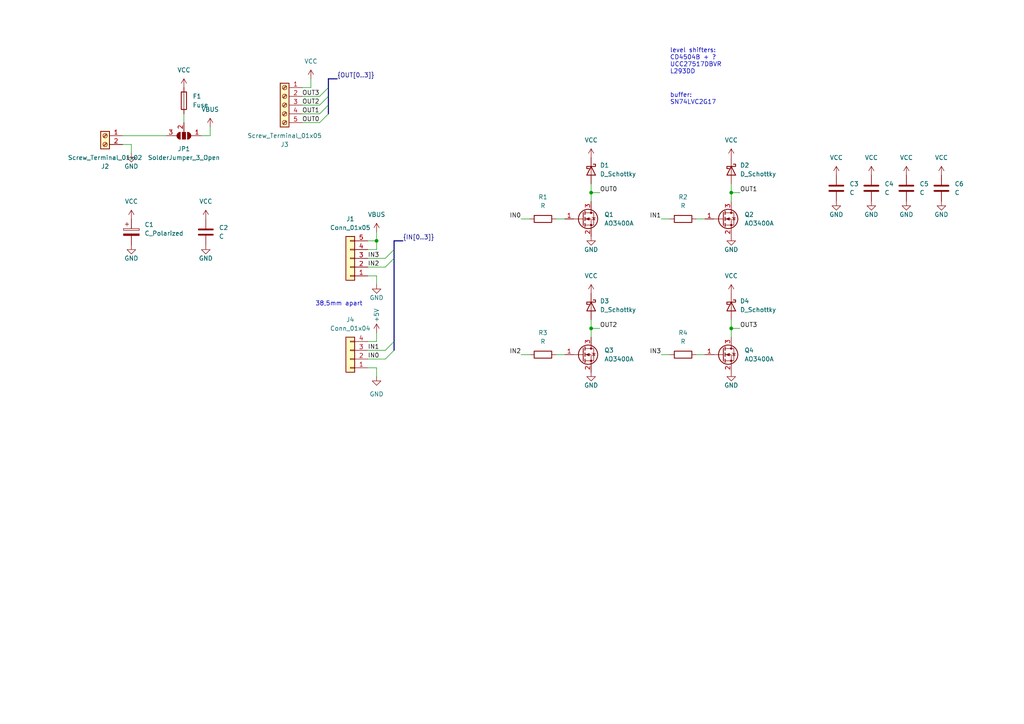
<source format=kicad_sch>
(kicad_sch (version 20230121) (generator eeschema)
  (paper "A4")
  (lib_symbols
    (symbol "Connector:Screw_Terminal_01x02" (pin_names (offset 1.016) hide)
      (property "Reference" "J" (at 0 2.54 0))
      (property "Value" "Screw_Terminal_01x02" (at 0 -5.08 0))
      (symbol "Screw_Terminal_01x02_1_1"
        (rectangle (start -1.27 1.27) (end 1.27 -3.81) (stroke (width 0.254)) (fill (type background)))
        (circle (center 0 -2.54) (radius 0.635) (stroke (width 0.1524)))
        (polyline (pts (xy -0.5334 -2.2098) (xy 0.3302 -3.048)) (stroke (width 0.1524)))
        (polyline (pts (xy -0.5334 0.3302) (xy 0.3302 -0.508)) (stroke (width 0.1524)))
        (polyline (pts (xy -0.3556 -2.032) (xy 0.508 -2.8702)) (stroke (width 0.1524)))
        (polyline (pts (xy -0.3556 0.508) (xy 0.508 -0.3302)) (stroke (width 0.1524)))
        (circle (center 0 0) (radius 0.635) (stroke (width 0.1524)))
        (pin passive line (at -5.08 0 0) (length 3.81) (name "Pin_1") (number "1"))
        (pin passive line (at -5.08 -2.54 0) (length 3.81) (name "Pin_2") (number "2"))
      )
    )
    (symbol "Connector:Screw_Terminal_01x05" (pin_names (offset 1.016) hide)
      (property "Reference" "J" (at 0 7.62 0))
      (property "Value" "Screw_Terminal_01x05" (at 0 -7.62 0))
      (symbol "Screw_Terminal_01x05_1_1"
        (rectangle (start -1.27 6.35) (end 1.27 -6.35) (stroke (width 0.254)) (fill (type background)))
        (circle (center 0 -5.08) (radius 0.635) (stroke (width 0.1524)))
        (circle (center 0 -2.54) (radius 0.635) (stroke (width 0.1524)))
        (polyline (pts (xy -0.5334 -4.7498) (xy 0.3302 -5.588)) (stroke (width 0.1524)))
        (polyline (pts (xy -0.5334 -2.2098) (xy 0.3302 -3.048)) (stroke (width 0.1524)))
        (polyline (pts (xy -0.5334 0.3302) (xy 0.3302 -0.508)) (stroke (width 0.1524)))
        (polyline (pts (xy -0.5334 2.8702) (xy 0.3302 2.032)) (stroke (width 0.1524)))
        (polyline (pts (xy -0.5334 5.4102) (xy 0.3302 4.572)) (stroke (width 0.1524)))
        (polyline (pts (xy -0.3556 -4.572) (xy 0.508 -5.4102)) (stroke (width 0.1524)))
        (polyline (pts (xy -0.3556 -2.032) (xy 0.508 -2.8702)) (stroke (width 0.1524)))
        (polyline (pts (xy -0.3556 0.508) (xy 0.508 -0.3302)) (stroke (width 0.1524)))
        (polyline (pts (xy -0.3556 3.048) (xy 0.508 2.2098)) (stroke (width 0.1524)))
        (polyline (pts (xy -0.3556 5.588) (xy 0.508 4.7498)) (stroke (width 0.1524)))
        (circle (center 0 0) (radius 0.635) (stroke (width 0.1524)))
        (circle (center 0 2.54) (radius 0.635) (stroke (width 0.1524)))
        (circle (center 0 5.08) (radius 0.635) (stroke (width 0.1524)))
        (pin passive line (at -5.08 5.08 0) (length 3.81) (name "Pin_1") (number "1"))
        (pin passive line (at -5.08 2.54 0) (length 3.81) (name "Pin_2") (number "2"))
        (pin passive line (at -5.08 0 0) (length 3.81) (name "Pin_3") (number "3"))
        (pin passive line (at -5.08 -2.54 0) (length 3.81) (name "Pin_4") (number "4"))
        (pin passive line (at -5.08 -5.08 0) (length 3.81) (name "Pin_5") (number "5"))
      )
    )
    (symbol "Connector_Generic:Conn_01x04" (pin_names (offset 1.016) hide)
      (property "Reference" "J" (at 0 5.08 0))
      (property "Value" "Conn_01x04" (at 0 -7.62 0))
      (symbol "Conn_01x04_1_1"
        (rectangle (start -1.27 -4.953) (end 0 -5.207) (stroke (width 0.1524)))
        (rectangle (start -1.27 -2.413) (end 0 -2.667) (stroke (width 0.1524)))
        (rectangle (start -1.27 0.127) (end 0 -0.127) (stroke (width 0.1524)))
        (rectangle (start -1.27 2.667) (end 0 2.413) (stroke (width 0.1524)))
        (rectangle (start -1.27 3.81) (end 1.27 -6.35) (stroke (width 0.254)) (fill (type background)))
        (pin passive line (at -5.08 2.54 0) (length 3.81) (name "Pin_1") (number "1"))
        (pin passive line (at -5.08 0 0) (length 3.81) (name "Pin_2") (number "2"))
        (pin passive line (at -5.08 -2.54 0) (length 3.81) (name "Pin_3") (number "3"))
        (pin passive line (at -5.08 -5.08 0) (length 3.81) (name "Pin_4") (number "4"))
      )
    )
    (symbol "Connector_Generic:Conn_01x05" (pin_names (offset 1.016) hide)
      (property "Reference" "J" (at 0 7.62 0))
      (property "Value" "Conn_01x05" (at 0 -7.62 0))
      (symbol "Conn_01x05_1_1"
        (rectangle (start -1.27 -4.953) (end 0 -5.207) (stroke (width 0.1524)))
        (rectangle (start -1.27 -2.413) (end 0 -2.667) (stroke (width 0.1524)))
        (rectangle (start -1.27 0.127) (end 0 -0.127) (stroke (width 0.1524)))
        (rectangle (start -1.27 2.667) (end 0 2.413) (stroke (width 0.1524)))
        (rectangle (start -1.27 5.207) (end 0 4.953) (stroke (width 0.1524)))
        (rectangle (start -1.27 6.35) (end 1.27 -6.35) (stroke (width 0.254)) (fill (type background)))
        (pin passive line (at -5.08 5.08 0) (length 3.81) (name "Pin_1") (number "1"))
        (pin passive line (at -5.08 2.54 0) (length 3.81) (name "Pin_2") (number "2"))
        (pin passive line (at -5.08 0 0) (length 3.81) (name "Pin_3") (number "3"))
        (pin passive line (at -5.08 -2.54 0) (length 3.81) (name "Pin_4") (number "4"))
        (pin passive line (at -5.08 -5.08 0) (length 3.81) (name "Pin_5") (number "5"))
      )
    )
    (symbol "Device:C" (pin_numbers hide) (pin_names (offset 0.254))
      (property "Reference" "C" (at 0.635 2.54 0))
      (property "Value" "C" (at 0.635 -2.54 0))
      (symbol "C_0_1"
        (polyline (pts (xy -2.032 -0.762) (xy 2.032 -0.762)) (stroke (width 0.508)))
        (polyline (pts (xy -2.032 0.762) (xy 2.032 0.762)) (stroke (width 0.508)))
      )
      (symbol "C_1_1"
        (pin passive line (at 0 3.81 270) (length 2.794) (name "~") (number "1"))
        (pin passive line (at 0 -3.81 90) (length 2.794) (name "~") (number "2"))
      )
    )
    (symbol "Device:C_Polarized" (pin_numbers hide) (pin_names (offset 0.254))
      (property "Reference" "C" (at 0.635 2.54 0))
      (property "Value" "C_Polarized" (at 0.635 -2.54 0))
      (symbol "C_Polarized_0_1"
        (rectangle (start -2.286 0.508) (end 2.286 1.016))
        (polyline (pts (xy -1.778 2.286) (xy -0.762 2.286)))
        (polyline (pts (xy -1.27 2.794) (xy -1.27 1.778)))
        (rectangle (start 2.286 -0.508) (end -2.286 -1.016) (fill (type outline)))
      )
      (symbol "C_Polarized_1_1"
        (pin passive line (at 0 3.81 270) (length 2.794) (name "~") (number "1"))
        (pin passive line (at 0 -3.81 90) (length 2.794) (name "~") (number "2"))
      )
    )
    (symbol "Device:D_Schottky" (pin_numbers hide) (pin_names (offset 1.016) hide)
      (property "Reference" "D" (at 0 2.54 0))
      (property "Value" "D_Schottky" (at 0 -2.54 0))
      (symbol "D_Schottky_0_1"
        (polyline (pts (xy 1.27 0) (xy -1.27 0)))
        (polyline (pts (xy 1.27 1.27) (xy 1.27 -1.27) (xy -1.27 0) (xy 1.27 1.27)) (stroke (width 0.254)))
        (polyline (pts (xy -1.905 0.635) (xy -1.905 1.27) (xy -1.27 1.27) (xy -1.27 -1.27) (xy -0.635 -1.27) (xy -0.635 -0.635)) (stroke (width 0.254)))
      )
      (symbol "D_Schottky_1_1"
        (pin passive line (at -3.81 0 0) (length 2.54) (name "K") (number "1"))
        (pin passive line (at 3.81 0 180) (length 2.54) (name "A") (number "2"))
      )
    )
    (symbol "Device:Fuse" (pin_numbers hide) (pin_names (offset 0))
      (property "Reference" "F" (at 2.032 0 90))
      (property "Value" "Fuse" (at -1.905 0 90))
      (symbol "Fuse_0_1"
        (rectangle (start -0.762 -2.54) (end 0.762 2.54) (stroke (width 0.254)))
        (polyline (pts (xy 0 2.54) (xy 0 -2.54)))
      )
      (symbol "Fuse_1_1"
        (pin passive line (at 0 3.81 270) (length 1.27) (name "~") (number "1"))
        (pin passive line (at 0 -3.81 90) (length 1.27) (name "~") (number "2"))
      )
    )
    (symbol "Device:R" (pin_numbers hide) (pin_names (offset 0))
      (property "Reference" "R" (at 2.032 0 90))
      (property "Value" "R" (at 0 0 90))
      (symbol "R_0_1"
        (rectangle (start -1.016 -2.54) (end 1.016 2.54) (stroke (width 0.254)))
      )
      (symbol "R_1_1"
        (pin passive line (at 0 3.81 270) (length 1.27) (name "~") (number "1"))
        (pin passive line (at 0 -3.81 90) (length 1.27) (name "~") (number "2"))
      )
    )
    (symbol "Jumper:SolderJumper_3_Open" (pin_names (offset 0) hide)
      (property "Reference" "JP" (at -2.54 -2.54 0))
      (property "Value" "SolderJumper_3_Open" (at 0 2.794 0))
      (symbol "SolderJumper_3_Open_0_1"
        (arc (start -1.016 1.016) (mid -2.0276 0) (end -1.016 -1.016))
        (arc (start -1.016 1.016) (mid -2.0276 0) (end -1.016 -1.016) (fill (type outline)))
        (rectangle (start -0.508 1.016) (end 0.508 -1.016) (fill (type outline)))
        (polyline (pts (xy -2.54 0) (xy -2.032 0)))
        (polyline (pts (xy -1.016 1.016) (xy -1.016 -1.016)))
        (polyline (pts (xy 0 -1.27) (xy 0 -1.016)))
        (polyline (pts (xy 1.016 1.016) (xy 1.016 -1.016)))
        (polyline (pts (xy 2.54 0) (xy 2.032 0)))
        (arc (start 1.016 -1.016) (mid 2.0276 0) (end 1.016 1.016))
        (arc (start 1.016 -1.016) (mid 2.0276 0) (end 1.016 1.016) (fill (type outline)))
      )
      (symbol "SolderJumper_3_Open_1_1"
        (pin passive line (at -5.08 0 0) (length 2.54) (name "A") (number "1"))
        (pin passive line (at 0 -3.81 90) (length 2.54) (name "C") (number "2"))
        (pin passive line (at 5.08 0 180) (length 2.54) (name "B") (number "3"))
      )
    )
    (symbol "Transistor_FET:AO3400A" (pin_names hide)
      (property "Reference" "Q" (at 5.08 1.905 0))
      (property "Value" "AO3400A" (at 5.08 0 0))
      (symbol "AO3400A_0_1"
        (polyline (pts (xy 0.254 0) (xy -2.54 0)))
        (polyline (pts (xy 0.254 1.905) (xy 0.254 -1.905)) (stroke (width 0.254)))
        (polyline (pts (xy 0.762 -1.27) (xy 0.762 -2.286)) (stroke (width 0.254)))
        (polyline (pts (xy 0.762 0.508) (xy 0.762 -0.508)) (stroke (width 0.254)))
        (polyline (pts (xy 0.762 2.286) (xy 0.762 1.27)) (stroke (width 0.254)))
        (polyline (pts (xy 2.54 2.54) (xy 2.54 1.778)))
        (polyline (pts (xy 2.54 -2.54) (xy 2.54 0) (xy 0.762 0)))
        (polyline (pts (xy 0.762 -1.778) (xy 3.302 -1.778) (xy 3.302 1.778) (xy 0.762 1.778)))
        (polyline (pts (xy 1.016 0) (xy 2.032 0.381) (xy 2.032 -0.381) (xy 1.016 0)) (fill (type outline)))
        (polyline (pts (xy 2.794 0.508) (xy 2.921 0.381) (xy 3.683 0.381) (xy 3.81 0.254)))
        (polyline (pts (xy 3.302 0.381) (xy 2.921 -0.254) (xy 3.683 -0.254) (xy 3.302 0.381)))
        (circle (center 1.651 0) (radius 2.794) (stroke (width 0.254)))
        (circle (center 2.54 -1.778) (radius 0.254) (fill (type outline)))
        (circle (center 2.54 1.778) (radius 0.254) (fill (type outline)))
      )
      (symbol "AO3400A_1_1"
        (pin input line (at -5.08 0 0) (length 2.54) (name "G") (number "1"))
        (pin passive line (at 2.54 -5.08 90) (length 2.54) (name "S") (number "2"))
        (pin passive line (at 2.54 5.08 270) (length 2.54) (name "D") (number "3"))
      )
    )
    (symbol "power:+5V" (power) (pin_names (offset 0))
      (property "Value" "+5V" (at 0 3.556 0))
      (symbol "+5V_0_1"
        (polyline (pts (xy -0.762 1.27) (xy 0 2.54)))
        (polyline (pts (xy 0 0) (xy 0 2.54)))
        (polyline (pts (xy 0 2.54) (xy 0.762 1.27)))
      )
      (symbol "+5V_1_1"
        (pin power_in line (at 0 0 90) (length 0) hide (name "+5V") (number "1"))
      )
    )
    (symbol "power:GND" (power) (pin_names (offset 0))
      (property "Value" "GND" (at 0 -3.81 0))
      (symbol "GND_0_1"
        (polyline (pts (xy 0 0) (xy 0 -1.27) (xy 1.27 -1.27) (xy 0 -2.54) (xy -1.27 -1.27) (xy 0 -1.27)))
      )
      (symbol "GND_1_1"
        (pin power_in line (at 0 0 270) (length 0) hide (name "GND") (number "1"))
      )
    )
    (symbol "power:VBUS" (power) (pin_names (offset 0))
      (property "Value" "VBUS" (at 0 3.81 0))
      (symbol "VBUS_0_1"
        (polyline (pts (xy -0.762 1.27) (xy 0 2.54)))
        (polyline (pts (xy 0 0) (xy 0 2.54)))
        (polyline (pts (xy 0 2.54) (xy 0.762 1.27)))
      )
      (symbol "VBUS_1_1"
        (pin power_in line (at 0 0 90) (length 0) hide (name "VBUS") (number "1"))
      )
    )
    (symbol "power:VCC" (power) (pin_names (offset 0))
      (property "Value" "VCC" (at 0 3.81 0))
      (symbol "VCC_0_1"
        (polyline (pts (xy -0.762 1.27) (xy 0 2.54)))
        (polyline (pts (xy 0 0) (xy 0 2.54)))
        (polyline (pts (xy 0 2.54) (xy 0.762 1.27)))
      )
      (symbol "VCC_1_1"
        (pin power_in line (at 0 0 90) (length 0) hide (name "VCC") (number "1"))
      )
    )
  )
  (junction (at 171.45 55.88))
  (junction (at 212.09 55.88))
  (junction (at 212.09 95.25))
  (junction (at 109.22 69.85))
  (junction (at 171.45 95.25))
  (bus_entry (at 92.71 33.02) (size 2.54 -2.54))
  (bus_entry (at 92.71 27.94) (size 2.54 -2.54))
  (bus_entry (at 92.71 30.48) (size 2.54 -2.54))
  (bus_entry (at 111.76 74.93) (size 2.54 -2.54))
  (bus_entry (at 111.76 104.14) (size 2.54 -2.54))
  (bus_entry (at 111.76 101.6) (size 2.54 -2.54))
  (bus_entry (at 92.71 35.56) (size 2.54 -2.54))
  (bus_entry (at 111.76 77.47) (size 2.54 -2.54))
  (bus (pts (xy 95.25 25.4) (xy 95.25 22.86)))
  (wire (pts (xy 171.45 92.71) (xy 171.45 95.25)))
  (wire (pts (xy 212.09 95.25) (xy 212.09 97.79)))
  (wire (pts (xy 106.68 101.6) (xy 111.76 101.6)))
  (wire (pts (xy 87.63 30.48) (xy 92.71 30.48)))
  (wire (pts (xy 38.1 41.91) (xy 35.56 41.91)))
  (wire (pts (xy 87.63 33.02) (xy 92.71 33.02)))
  (wire (pts (xy 87.63 35.56) (xy 92.71 35.56)))
  (wire (pts (xy 201.93 102.87) (xy 204.47 102.87)))
  (wire (pts (xy 109.22 99.06) (xy 106.68 99.06)))
  (wire (pts (xy 106.68 77.47) (xy 111.76 77.47)))
  (wire (pts (xy 171.45 95.25) (xy 171.45 97.79)))
  (wire (pts (xy 109.22 72.39) (xy 106.68 72.39)))
  (wire (pts (xy 212.09 55.88) (xy 212.09 58.42)))
  (wire (pts (xy 171.45 55.88) (xy 173.99 55.88)))
  (bus (pts (xy 95.25 30.48) (xy 95.25 27.94)))
  (wire (pts (xy 171.45 55.88) (xy 171.45 58.42)))
  (wire (pts (xy 191.77 102.87) (xy 194.31 102.87)))
  (wire (pts (xy 212.09 95.25) (xy 214.63 95.25)))
  (wire (pts (xy 212.09 92.71) (xy 212.09 95.25)))
  (wire (pts (xy 38.1 44.45) (xy 38.1 41.91)))
  (wire (pts (xy 109.22 67.31) (xy 109.22 69.85)))
  (wire (pts (xy 106.68 69.85) (xy 109.22 69.85)))
  (wire (pts (xy 109.22 82.55) (xy 109.22 80.01)))
  (wire (pts (xy 151.13 63.5) (xy 153.67 63.5)))
  (bus (pts (xy 114.3 72.39) (xy 114.3 74.93)))
  (bus (pts (xy 95.25 22.86) (xy 97.79 22.86)))
  (wire (pts (xy 109.22 69.85) (xy 109.22 72.39)))
  (wire (pts (xy 171.45 53.34) (xy 171.45 55.88)))
  (wire (pts (xy 53.34 33.02) (xy 53.34 35.56)))
  (wire (pts (xy 161.29 102.87) (xy 163.83 102.87)))
  (wire (pts (xy 106.68 74.93) (xy 111.76 74.93)))
  (bus (pts (xy 95.25 27.94) (xy 95.25 25.4)))
  (bus (pts (xy 95.25 33.02) (xy 95.25 30.48)))
  (wire (pts (xy 109.22 106.68) (xy 106.68 106.68)))
  (wire (pts (xy 151.13 102.87) (xy 153.67 102.87)))
  (bus (pts (xy 116.84 69.85) (xy 114.3 69.85)))
  (wire (pts (xy 90.17 22.86) (xy 90.17 25.4)))
  (wire (pts (xy 90.17 25.4) (xy 87.63 25.4)))
  (wire (pts (xy 201.93 63.5) (xy 204.47 63.5)))
  (wire (pts (xy 60.96 36.83) (xy 60.96 39.37)))
  (wire (pts (xy 109.22 109.22) (xy 109.22 106.68)))
  (wire (pts (xy 60.96 39.37) (xy 58.42 39.37)))
  (wire (pts (xy 106.68 104.14) (xy 111.76 104.14)))
  (wire (pts (xy 212.09 53.34) (xy 212.09 55.88)))
  (wire (pts (xy 35.56 39.37) (xy 48.26 39.37)))
  (wire (pts (xy 109.22 96.52) (xy 109.22 99.06)))
  (bus (pts (xy 114.3 69.85) (xy 114.3 72.39)))
  (wire (pts (xy 171.45 95.25) (xy 173.99 95.25)))
  (wire (pts (xy 87.63 27.94) (xy 92.71 27.94)))
  (wire (pts (xy 109.22 80.01) (xy 106.68 80.01)))
  (bus (pts (xy 114.3 99.06) (xy 114.3 101.6)))
  (wire (pts (xy 191.77 63.5) (xy 194.31 63.5)))
  (wire (pts (xy 212.09 55.88) (xy 214.63 55.88)))
  (wire (pts (xy 161.29 63.5) (xy 163.83 63.5)))
  (bus (pts (xy 114.3 74.93) (xy 114.3 99.06)))
  (text "level shifters:\nCD4504B + ?\nUCC27517DBVR\nL293DD" (at 194.31 21.59 0) (effects (font (size 1.27 1.27)) (justify left bottom)))
  (text "38,5mm apart" (at 91.44 88.9 0) (effects (font (size 1.27 1.27)) (justify left bottom)))
  (text "buffer:\nSN74LVC2G17" (at 194.31 30.48 0) (effects (font (size 1.27 1.27)) (justify left bottom)))
  (label "{IN[0..3]}" (at 116.84 69.85 0))
  (label "OUT1" (at 87.63 33.02 0))
  (label "OUT0" (at 173.99 55.88 0))
  (label "OUT3" (at 214.63 95.25 0))
  (label "IN2" (at 151.13 102.87 180))
  (label "OUT3" (at 87.63 27.94 0))
  (label "OUT1" (at 214.63 55.88 0))
  (label "IN1" (at 191.77 63.5 180))
  (label "IN2" (at 106.68 77.47 0))
  (label "OUT0" (at 87.63 35.56 0))
  (label "IN0" (at 151.13 63.5 180))
  (label "OUT2" (at 173.99 95.25 0))
  (label "IN0" (at 106.68 104.14 0))
  (label "{OUT[0..3]}" (at 97.79 22.86 0))
  (label "IN1" (at 106.68 101.6 0))
  (label "OUT2" (at 87.63 30.48 0))
  (label "IN3" (at 191.77 102.87 180))
  (label "IN3" (at 106.68 74.93 0))
  (symbol (lib_id "Device:C") (at 273.05 54.61 0) (unit 1)
    (property "Reference" "C6" (at 276.86 53.34 0) (effects (justify left)))
    (property "Value" "C" (at 276.86 55.88 0) (effects (justify left)))
    (property "Footprint" "Capacitor_SMD:C_0603_1608Metric" (effects hide))
  )
  (symbol (lib_id "power:GND") (at 252.73 58.42 0) (unit 1)
    (property "Reference" "#PWR023" (effects hide))
    (property "Value" "GND" (at 252.73 62.23 0))
  )
  (symbol (lib_id "power:+5V") (at 109.22 96.52 0) (unit 1)
    (property "Reference" "#PWR028" (effects hide))
    (property "Value" "+5V" (at 109.22 91.44 90))
  )
  (symbol (lib_id "Device:C_Polarized") (at 38.1 67.31 0) (unit 1)
    (property "Reference" "C1" (at 41.91 65.151 0) (effects (justify left)))
    (property "Value" "C_Polarized" (at 41.91 67.691 0) (effects (justify left)))
    (property "Footprint" "project_lib:CP_horizontal_D10.0mm_L20mm_P5.00mm_1" (effects hide))
  )
  (symbol (lib_id "power:VCC") (at 212.09 45.72 0) (unit 1)
    (property "Reference" "#PWR014" (effects hide))
    (property "Value" "VCC" (at 212.09 40.64 0))
  )
  (symbol (lib_id "power:VCC") (at 242.57 50.8 0) (unit 1)
    (property "Reference" "#PWR020" (effects hide))
    (property "Value" "VCC" (at 242.57 45.72 0))
  )
  (symbol (lib_id "power:GND") (at 171.45 68.58 0) (unit 1)
    (property "Reference" "#PWR09" (effects hide))
    (property "Value" "GND" (at 171.45 72.39 0))
  )
  (symbol (lib_id "power:GND") (at 212.09 68.58 0) (unit 1)
    (property "Reference" "#PWR015" (effects hide))
    (property "Value" "GND" (at 212.09 72.39 0))
  )
  (symbol (lib_id "Device:C") (at 242.57 54.61 0) (unit 1)
    (property "Reference" "C3" (at 246.38 53.34 0) (effects (justify left)))
    (property "Value" "C" (at 246.38 55.88 0) (effects (justify left)))
    (property "Footprint" "Capacitor_SMD:C_0603_1608Metric" (effects hide))
  )
  (symbol (lib_id "Device:R") (at 198.12 63.5 90) (unit 1)
    (property "Reference" "R2" (at 198.12 57.15 90))
    (property "Value" "R" (at 198.12 59.69 90))
    (property "Footprint" "Resistor_SMD:R_0603_1608Metric" (effects hide))
  )
  (symbol (lib_id "Connector:Screw_Terminal_01x02") (at 30.48 39.37 0) (mirror y) (unit 1)
    (property "Reference" "J2" (at 30.48 48.26 0))
    (property "Value" "Screw_Terminal_01x02" (at 30.48 45.72 0))
    (property "Footprint" "Connector_Phoenix_MC:PhoenixContact_MCV_1,5_2-G-3.81_1x02_P3.81mm_Vertical" (effects hide))
  )
  (symbol (lib_id "power:GND") (at 262.89 58.42 0) (unit 1)
    (property "Reference" "#PWR025" (effects hide))
    (property "Value" "GND" (at 262.89 62.23 0))
  )
  (symbol (lib_id "Transistor_FET:AO3400A") (at 168.91 102.87 0) (unit 1)
    (property "Reference" "Q3" (at 175.26 101.6 0) (effects (justify left)))
    (property "Value" "AO3400A" (at 175.26 104.14 0) (effects (justify left)))
    (property "Footprint" "Package_TO_SOT_SMD:SOT-23" (effects hide))
    (property "Datasheet" "http://www.aosmd.com/pdfs/datasheet/AO3400A.pdf" (effects hide))
  )
  (symbol (lib_id "Transistor_FET:AO3400A") (at 209.55 102.87 0) (unit 1)
    (property "Reference" "Q4" (at 215.9 101.6 0) (effects (justify left)))
    (property "Value" "AO3400A" (at 215.9 104.14 0) (effects (justify left)))
    (property "Footprint" "Package_TO_SOT_SMD:SOT-23" (effects hide))
    (property "Datasheet" "http://www.aosmd.com/pdfs/datasheet/AO3400A.pdf" (effects hide))
  )
  (symbol (lib_id "power:GND") (at 109.22 109.22 0) (unit 1)
    (property "Reference" "#PWR012" (effects hide))
    (property "Value" "GND" (at 109.22 114.3 0))
  )
  (symbol (lib_id "power:VCC") (at 252.73 50.8 0) (unit 1)
    (property "Reference" "#PWR022" (effects hide))
    (property "Value" "VCC" (at 252.73 45.72 0))
  )
  (symbol (lib_id "power:VCC") (at 171.45 45.72 0) (unit 1)
    (property "Reference" "#PWR010" (effects hide))
    (property "Value" "VCC" (at 171.45 40.64 0))
  )
  (symbol (lib_id "power:VCC") (at 53.34 25.4 0) (unit 1)
    (property "Reference" "#PWR03" (effects hide))
    (property "Value" "VCC" (at 53.34 20.32 0))
  )
  (symbol (lib_id "Device:D_Schottky") (at 212.09 49.53 270) (unit 1)
    (property "Reference" "D2" (at 214.63 47.9425 90) (effects (justify left)))
    (property "Value" "D_Schottky" (at 214.63 50.4825 90) (effects (justify left)))
    (property "Footprint" "Diode_SMD:D_TUMD2" (effects hide))
  )
  (symbol (lib_id "Transistor_FET:AO3400A") (at 168.91 63.5 0) (unit 1)
    (property "Reference" "Q1" (at 175.26 62.23 0) (effects (justify left)))
    (property "Value" "AO3400A" (at 175.26 64.77 0) (effects (justify left)))
    (property "Footprint" "Package_TO_SOT_SMD:SOT-23" (effects hide))
    (property "Datasheet" "http://www.aosmd.com/pdfs/datasheet/AO3400A.pdf" (effects hide))
  )
  (symbol (lib_id "power:VCC") (at 59.69 63.5 0) (unit 1)
    (property "Reference" "#PWR08" (effects hide))
    (property "Value" "VCC" (at 59.69 58.42 0))
  )
  (symbol (lib_id "Device:C") (at 59.69 67.31 0) (unit 1)
    (property "Reference" "C2" (at 63.5 66.04 0) (effects (justify left)))
    (property "Value" "C" (at 63.5 68.58 0) (effects (justify left)))
    (property "Footprint" "Capacitor_SMD:C_1206_3216Metric" (effects hide))
  )
  (symbol (lib_id "power:VCC") (at 38.1 63.5 0) (unit 1)
    (property "Reference" "#PWR05" (effects hide))
    (property "Value" "VCC" (at 38.1 58.42 0))
  )
  (symbol (lib_id "power:VCC") (at 90.17 22.86 0) (unit 1)
    (property "Reference" "#PWR04" (effects hide))
    (property "Value" "VCC" (at 90.17 17.78 0))
  )
  (symbol (lib_id "Device:C") (at 252.73 54.61 0) (unit 1)
    (property "Reference" "C4" (at 256.54 53.34 0) (effects (justify left)))
    (property "Value" "C" (at 256.54 55.88 0) (effects (justify left)))
    (property "Footprint" "Capacitor_SMD:C_0603_1608Metric" (effects hide))
  )
  (symbol (lib_id "Connector_Generic:Conn_01x05") (at 101.6 74.93 180) (unit 1)
    (property "Reference" "J1" (at 101.6 63.5 0))
    (property "Value" "Conn_01x05" (at 101.6 66.04 0))
    (property "Footprint" "Connector_PinHeader_2.54mm:PinHeader_1x05_P2.54mm_Vertical" (effects hide))
  )
  (symbol (lib_id "Device:R") (at 157.48 63.5 90) (unit 1)
    (property "Reference" "R1" (at 157.48 57.15 90))
    (property "Value" "R" (at 157.48 59.69 90))
    (property "Footprint" "Resistor_SMD:R_0603_1608Metric" (effects hide))
  )
  (symbol (lib_id "Transistor_FET:AO3400A") (at 209.55 63.5 0) (unit 1)
    (property "Reference" "Q2" (at 215.9 62.23 0) (effects (justify left)))
    (property "Value" "AO3400A" (at 215.9 64.77 0) (effects (justify left)))
    (property "Footprint" "Package_TO_SOT_SMD:SOT-23" (effects hide))
    (property "Datasheet" "http://www.aosmd.com/pdfs/datasheet/AO3400A.pdf" (effects hide))
  )
  (symbol (lib_id "power:GND") (at 38.1 71.12 0) (unit 1)
    (property "Reference" "#PWR06" (effects hide))
    (property "Value" "GND" (at 38.1 74.93 0))
  )
  (symbol (lib_id "Device:Fuse") (at 53.34 29.21 180) (unit 1)
    (property "Reference" "F1" (at 55.88 27.94 0) (effects (justify right)))
    (property "Value" "Fuse" (at 55.88 30.48 0) (effects (justify right)))
    (property "Footprint" "Fuse:Fuseholder_Littelfuse_Nano2_154x" (effects hide))
  )
  (symbol (lib_id "Device:D_Schottky") (at 212.09 88.9 270) (unit 1)
    (property "Reference" "D4" (at 214.63 87.3125 90) (effects (justify left)))
    (property "Value" "D_Schottky" (at 214.63 89.8525 90) (effects (justify left)))
    (property "Footprint" "Diode_SMD:D_TUMD2" (effects hide))
  )
  (symbol (lib_id "Device:R") (at 198.12 102.87 90) (unit 1)
    (property "Reference" "R4" (at 198.12 96.52 90))
    (property "Value" "R" (at 198.12 99.06 90))
    (property "Footprint" "Resistor_SMD:R_0603_1608Metric" (effects hide))
  )
  (symbol (lib_id "Device:D_Schottky") (at 171.45 49.53 270) (unit 1)
    (property "Reference" "D1" (at 173.99 47.9425 90) (effects (justify left)))
    (property "Value" "D_Schottky" (at 173.99 50.4825 90) (effects (justify left)))
    (property "Footprint" "Diode_SMD:D_TUMD2" (effects hide))
  )
  (symbol (lib_id "Device:C") (at 262.89 54.61 0) (unit 1)
    (property "Reference" "C5" (at 266.7 53.34 0) (effects (justify left)))
    (property "Value" "C" (at 266.7 55.88 0) (effects (justify left)))
    (property "Footprint" "Capacitor_SMD:C_0603_1608Metric" (effects hide))
  )
  (symbol (lib_id "power:VBUS") (at 60.96 36.83 0) (unit 1)
    (property "Reference" "#PWR02" (effects hide))
    (property "Value" "VBUS" (at 60.96 31.75 0))
  )
  (symbol (lib_id "power:VBUS") (at 109.22 67.31 0) (unit 1)
    (property "Reference" "#PWR013" (effects hide))
    (property "Value" "VBUS" (at 109.22 62.23 0))
  )
  (symbol (lib_id "power:VCC") (at 171.45 85.09 0) (unit 1)
    (property "Reference" "#PWR016" (effects hide))
    (property "Value" "VCC" (at 171.45 80.01 0))
  )
  (symbol (lib_id "Jumper:SolderJumper_3_Open") (at 53.34 39.37 180) (unit 1)
    (property "Reference" "JP1" (at 53.34 43.18 0))
    (property "Value" "SolderJumper_3_Open" (at 53.34 45.72 0))
    (property "Footprint" "project_lib:SolderJumper-3_P2.0mm_Open_Pad1.75x1.75mm" (effects hide))
  )
  (symbol (lib_id "Device:D_Schottky") (at 171.45 88.9 270) (unit 1)
    (property "Reference" "D3" (at 173.99 87.3125 90) (effects (justify left)))
    (property "Value" "D_Schottky" (at 173.99 89.8525 90) (effects (justify left)))
    (property "Footprint" "Diode_SMD:D_TUMD2" (effects hide))
  )
  (symbol (lib_id "power:GND") (at 38.1 44.45 0) (unit 1)
    (property "Reference" "#PWR01" (effects hide))
    (property "Value" "GND" (at 38.1 48.26 0))
  )
  (symbol (lib_id "power:GND") (at 59.69 71.12 0) (unit 1)
    (property "Reference" "#PWR07" (effects hide))
    (property "Value" "GND" (at 59.69 74.93 0))
  )
  (symbol (lib_id "power:VCC") (at 262.89 50.8 0) (unit 1)
    (property "Reference" "#PWR024" (effects hide))
    (property "Value" "VCC" (at 262.89 45.72 0))
  )
  (symbol (lib_id "power:GND") (at 109.22 82.55 0) (unit 1)
    (property "Reference" "#PWR011" (effects hide))
    (property "Value" "GND" (at 109.22 86.36 0))
  )
  (symbol (lib_id "power:VCC") (at 273.05 50.8 0) (unit 1)
    (property "Reference" "#PWR026" (effects hide))
    (property "Value" "VCC" (at 273.05 45.72 0))
  )
  (symbol (lib_id "power:GND") (at 171.45 107.95 0) (unit 1)
    (property "Reference" "#PWR017" (effects hide))
    (property "Value" "GND" (at 171.45 111.76 0))
  )
  (symbol (lib_id "power:GND") (at 242.57 58.42 0) (unit 1)
    (property "Reference" "#PWR021" (effects hide))
    (property "Value" "GND" (at 242.57 62.23 0))
  )
  (symbol (lib_id "Connector_Generic:Conn_01x04") (at 101.6 104.14 180) (unit 1)
    (property "Reference" "J4" (at 101.6 92.71 0))
    (property "Value" "Conn_01x04" (at 101.6 95.25 0))
    (property "Footprint" "Connector_PinHeader_2.54mm:PinHeader_1x04_P2.54mm_Vertical" (effects hide))
  )
  (symbol (lib_id "Device:R") (at 157.48 102.87 90) (unit 1)
    (property "Reference" "R3" (at 157.48 96.52 90))
    (property "Value" "R" (at 157.48 99.06 90))
    (property "Footprint" "Resistor_SMD:R_0603_1608Metric" (effects hide))
  )
  (symbol (lib_id "power:GND") (at 273.05 58.42 0) (unit 1)
    (property "Reference" "#PWR027" (effects hide))
    (property "Value" "GND" (at 273.05 62.23 0))
  )
  (symbol (lib_id "power:VCC") (at 212.09 85.09 0) (unit 1)
    (property "Reference" "#PWR018" (effects hide))
    (property "Value" "VCC" (at 212.09 80.01 0))
  )
  (symbol (lib_id "Connector:Screw_Terminal_01x05") (at 82.55 30.48 0) (mirror y) (unit 1)
    (property "Reference" "J3" (at 82.55 41.91 0))
    (property "Value" "Screw_Terminal_01x05" (at 82.55 39.37 0))
    (property "Footprint" "Connector_Phoenix_MC:PhoenixContact_MCV_1,5_5-G-3.81_1x05_P3.81mm_Vertical" (effects hide))
  )
  (symbol (lib_id "power:GND") (at 212.09 107.95 0) (unit 1)
    (property "Reference" "#PWR019" (effects hide))
    (property "Value" "GND" (at 212.09 111.76 0))
  )
)
</source>
